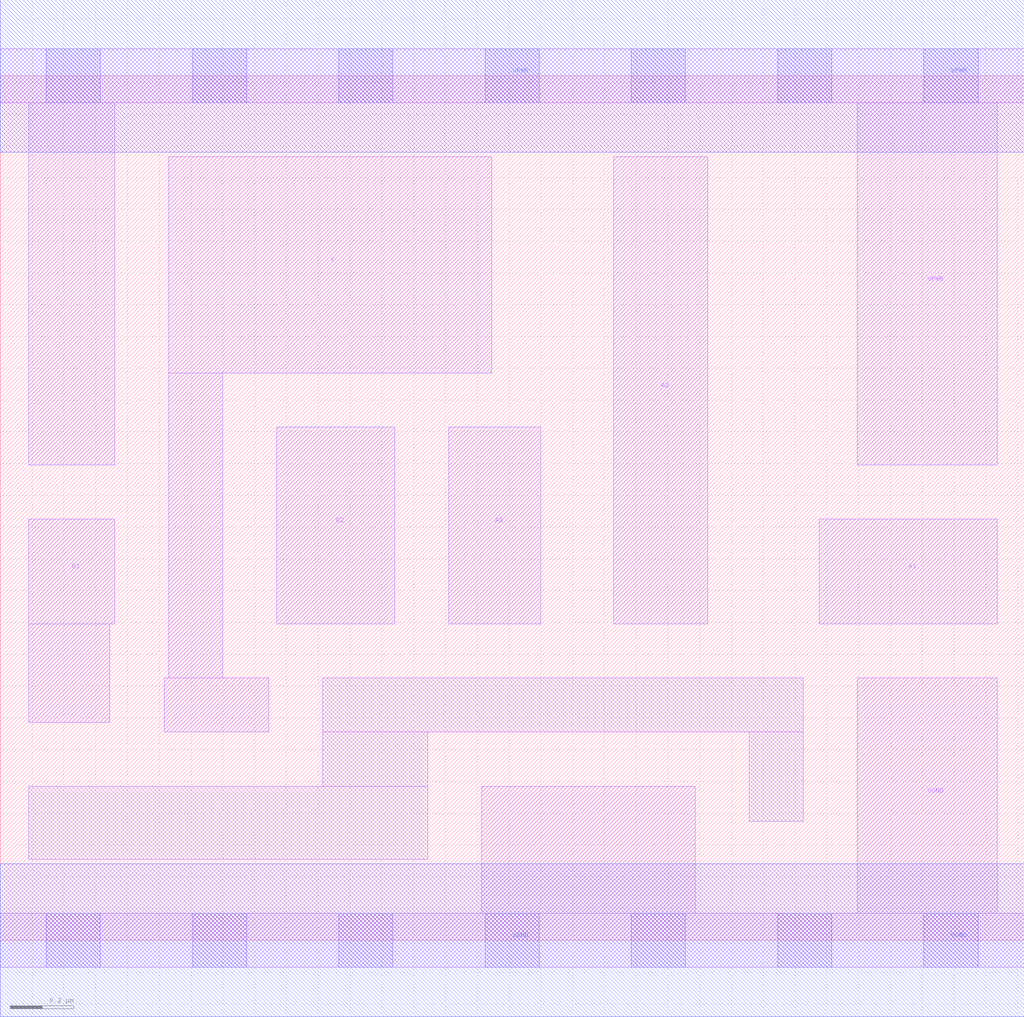
<source format=lef>
# Copyright 2020 The SkyWater PDK Authors
#
# Licensed under the Apache License, Version 2.0 (the "License");
# you may not use this file except in compliance with the License.
# You may obtain a copy of the License at
#
#     https://www.apache.org/licenses/LICENSE-2.0
#
# Unless required by applicable law or agreed to in writing, software
# distributed under the License is distributed on an "AS IS" BASIS,
# WITHOUT WARRANTIES OR CONDITIONS OF ANY KIND, either express or implied.
# See the License for the specific language governing permissions and
# limitations under the License.
#
# SPDX-License-Identifier: Apache-2.0

VERSION 5.7 ;
  NAMESCASESENSITIVE ON ;
  NOWIREEXTENSIONATPIN ON ;
  DIVIDERCHAR "/" ;
  BUSBITCHARS "[]" ;
UNITS
  DATABASE MICRONS 200 ;
END UNITS
MACRO sky130_fd_sc_hd__o32ai_1
  CLASS CORE ;
  SOURCE USER ;
  FOREIGN sky130_fd_sc_hd__o32ai_1 ;
  ORIGIN  0.000000  0.000000 ;
  SIZE  3.220000 BY  2.720000 ;
  SYMMETRY X Y R90 ;
  SITE unithd ;
  PIN A1
    ANTENNAGATEAREA  0.247500 ;
    DIRECTION INPUT ;
    USE SIGNAL ;
    PORT
      LAYER li1 ;
        RECT 2.575000 0.995000 3.135000 1.325000 ;
    END
  END A1
  PIN A2
    ANTENNAGATEAREA  0.247500 ;
    DIRECTION INPUT ;
    USE SIGNAL ;
    PORT
      LAYER li1 ;
        RECT 1.930000 0.995000 2.225000 2.465000 ;
    END
  END A2
  PIN A3
    ANTENNAGATEAREA  0.247500 ;
    DIRECTION INPUT ;
    USE SIGNAL ;
    PORT
      LAYER li1 ;
        RECT 1.410000 0.995000 1.700000 1.615000 ;
    END
  END A3
  PIN B1
    ANTENNAGATEAREA  0.247500 ;
    DIRECTION INPUT ;
    USE SIGNAL ;
    PORT
      LAYER li1 ;
        RECT 0.090000 0.685000 0.345000 0.995000 ;
        RECT 0.090000 0.995000 0.360000 1.325000 ;
    END
  END B1
  PIN B2
    ANTENNAGATEAREA  0.247500 ;
    DIRECTION INPUT ;
    USE SIGNAL ;
    PORT
      LAYER li1 ;
        RECT 0.870000 0.995000 1.240000 1.615000 ;
    END
  END B2
  PIN Y
    ANTENNADIFFAREA  0.821250 ;
    DIRECTION OUTPUT ;
    USE SIGNAL ;
    PORT
      LAYER li1 ;
        RECT 0.515000 0.655000 0.845000 0.825000 ;
        RECT 0.530000 0.825000 0.700000 1.785000 ;
        RECT 0.530000 1.785000 1.545000 2.465000 ;
    END
  END Y
  PIN VGND
    DIRECTION INOUT ;
    SHAPE ABUTMENT ;
    USE GROUND ;
    PORT
      LAYER li1 ;
        RECT 0.000000 -0.085000 3.220000 0.085000 ;
        RECT 1.515000  0.085000 2.185000 0.485000 ;
        RECT 2.695000  0.085000 3.135000 0.825000 ;
      LAYER mcon ;
        RECT 0.145000 -0.085000 0.315000 0.085000 ;
        RECT 0.605000 -0.085000 0.775000 0.085000 ;
        RECT 1.065000 -0.085000 1.235000 0.085000 ;
        RECT 1.525000 -0.085000 1.695000 0.085000 ;
        RECT 1.985000 -0.085000 2.155000 0.085000 ;
        RECT 2.445000 -0.085000 2.615000 0.085000 ;
        RECT 2.905000 -0.085000 3.075000 0.085000 ;
      LAYER met1 ;
        RECT 0.000000 -0.240000 3.220000 0.240000 ;
    END
  END VGND
  PIN VPWR
    DIRECTION INOUT ;
    SHAPE ABUTMENT ;
    USE POWER ;
    PORT
      LAYER li1 ;
        RECT 0.000000 2.635000 3.220000 2.805000 ;
        RECT 0.090000 1.495000 0.360000 2.635000 ;
        RECT 2.695000 1.495000 3.135000 2.635000 ;
      LAYER mcon ;
        RECT 0.145000 2.635000 0.315000 2.805000 ;
        RECT 0.605000 2.635000 0.775000 2.805000 ;
        RECT 1.065000 2.635000 1.235000 2.805000 ;
        RECT 1.525000 2.635000 1.695000 2.805000 ;
        RECT 1.985000 2.635000 2.155000 2.805000 ;
        RECT 2.445000 2.635000 2.615000 2.805000 ;
        RECT 2.905000 2.635000 3.075000 2.805000 ;
      LAYER met1 ;
        RECT 0.000000 2.480000 3.220000 2.960000 ;
    END
  END VPWR
  OBS
    LAYER li1 ;
      RECT 0.090000 0.255000 1.345000 0.485000 ;
      RECT 1.015000 0.485000 1.345000 0.655000 ;
      RECT 1.015000 0.655000 2.525000 0.825000 ;
      RECT 2.355000 0.375000 2.525000 0.655000 ;
  END
END sky130_fd_sc_hd__o32ai_1

</source>
